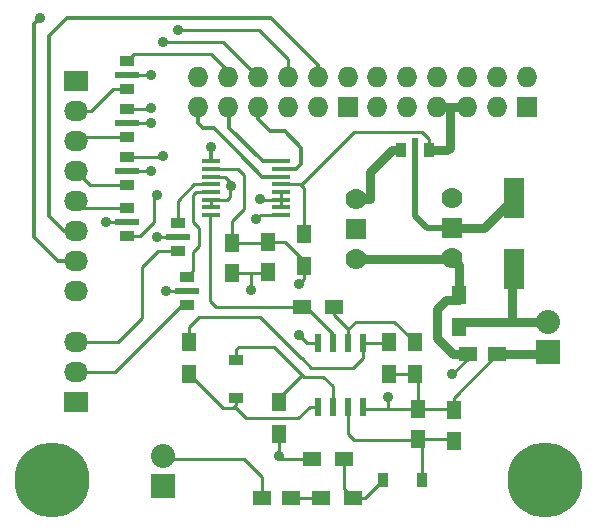
<source format=gtl>
%FSLAX46Y46*%
G04 Gerber Fmt 4.6, Leading zero omitted, Abs format (unit mm)*
G04 Created by KiCad (PCBNEW (2014-10-27 BZR 5228)-product) date 28/06/2015 08:06:50*
%MOMM*%
G01*
G04 APERTURE LIST*
%ADD10C,0.100000*%
%ADD11R,1.800860X3.500120*%
%ADD12R,1.250000X1.500000*%
%ADD13R,1.500000X1.250000*%
%ADD14R,1.249680X0.899160*%
%ADD15R,1.998980X0.500380*%
%ADD16R,0.899160X1.249680*%
%ADD17R,0.500380X1.998980*%
%ADD18R,2.032000X2.032000*%
%ADD19O,2.032000X2.032000*%
%ADD20R,2.032000X1.727200*%
%ADD21O,2.032000X1.727200*%
%ADD22R,1.727200X1.727200*%
%ADD23O,1.727200X1.727200*%
%ADD24C,1.778000*%
%ADD25R,1.778000X1.778000*%
%ADD26R,1.500000X1.300000*%
%ADD27R,1.300000X1.500000*%
%ADD28R,1.500000X0.450000*%
%ADD29C,6.350000*%
%ADD30R,0.600000X1.550000*%
%ADD31R,0.910000X1.220000*%
%ADD32R,1.220000X0.910000*%
%ADD33C,0.889000*%
%ADD34C,0.780000*%
%ADD35C,0.254000*%
%ADD36C,0.350000*%
%ADD37C,0.500000*%
G04 APERTURE END LIST*
D10*
D11*
X157800000Y-112550260D03*
X157800000Y-118549740D03*
D12*
X136900000Y-116300000D03*
X136900000Y-118800000D03*
X133900000Y-116350000D03*
X133900000Y-118850000D03*
D13*
X153850000Y-125750000D03*
X156350000Y-125750000D03*
D14*
X129286000Y-114625120D03*
X129286000Y-117022880D03*
D15*
X129286000Y-115824000D03*
D16*
X148201120Y-108500000D03*
X150598880Y-108500000D03*
D17*
X149400000Y-108500000D03*
D14*
X130048000Y-119197120D03*
X130048000Y-121594880D03*
D15*
X130048000Y-120396000D03*
D18*
X160650000Y-125600000D03*
D19*
X160650000Y-123060000D03*
D20*
X120650000Y-129794000D03*
D21*
X120650000Y-127254000D03*
X120650000Y-124714000D03*
D22*
X143700000Y-104800000D03*
D23*
X143700000Y-102260000D03*
X141160000Y-104800000D03*
X141160000Y-102260000D03*
X138620000Y-104800000D03*
X138620000Y-102260000D03*
X136080000Y-104800000D03*
X136080000Y-102260000D03*
X133540000Y-104800000D03*
X133540000Y-102260000D03*
X131000000Y-104800000D03*
X131000000Y-102260000D03*
D22*
X158900000Y-104800000D03*
D23*
X158900000Y-102260000D03*
X156360000Y-104800000D03*
X156360000Y-102260000D03*
X153820000Y-104800000D03*
X153820000Y-102260000D03*
X151280000Y-104800000D03*
X151280000Y-102260000D03*
X148740000Y-104800000D03*
X148740000Y-102260000D03*
X146200000Y-104800000D03*
X146200000Y-102260000D03*
D24*
X152500000Y-117640000D03*
D25*
X152500000Y-115100000D03*
D24*
X152500000Y-112560000D03*
X144350000Y-117690000D03*
D25*
X144350000Y-115150000D03*
D24*
X144350000Y-112610000D03*
D12*
X149650000Y-132900000D03*
X149650000Y-130400000D03*
D18*
X128016000Y-136906000D03*
D19*
X128016000Y-134366000D03*
D26*
X141398000Y-137922000D03*
X144098000Y-137922000D03*
X143336000Y-134620000D03*
X140636000Y-134620000D03*
D27*
X152650000Y-133150000D03*
X152650000Y-130450000D03*
X137900000Y-129800000D03*
X137900000Y-132500000D03*
X130250000Y-124750000D03*
X130250000Y-127450000D03*
X147150000Y-124750000D03*
X147150000Y-127450000D03*
X149350000Y-124750000D03*
X149350000Y-127450000D03*
D26*
X139850000Y-121800000D03*
X142550000Y-121800000D03*
D28*
X132100000Y-109425000D03*
X132100000Y-110075000D03*
X132100000Y-110725000D03*
X132100000Y-111375000D03*
X132100000Y-112025000D03*
X132100000Y-112675000D03*
X132100000Y-113325000D03*
X132100000Y-113975000D03*
X138000000Y-113975000D03*
X138000000Y-113325000D03*
X138000000Y-112675000D03*
X138000000Y-112025000D03*
X138000000Y-111375000D03*
X138000000Y-110725000D03*
X138000000Y-110075000D03*
X138000000Y-109425000D03*
D29*
X118618000Y-136398000D03*
X160400000Y-136400000D03*
D30*
X141145000Y-130200000D03*
X142415000Y-130200000D03*
X143685000Y-130200000D03*
X144955000Y-130200000D03*
X144955000Y-124800000D03*
X143685000Y-124800000D03*
X142415000Y-124800000D03*
X141145000Y-124800000D03*
D13*
X138918000Y-137922000D03*
X136418000Y-137922000D03*
D31*
X146701000Y-136398000D03*
X149971000Y-136398000D03*
D32*
X134250000Y-129485000D03*
X134250000Y-126215000D03*
D27*
X153100000Y-123450000D03*
X153100000Y-120750000D03*
X140000000Y-115600000D03*
X140000000Y-118300000D03*
D14*
X124968000Y-103306880D03*
X124968000Y-100909120D03*
D15*
X124968000Y-102108000D03*
D14*
X124968000Y-111434880D03*
X124968000Y-109037120D03*
D15*
X124968000Y-110236000D03*
D14*
X124968000Y-107370880D03*
X124968000Y-104973120D03*
D15*
X124968000Y-106172000D03*
D14*
X124968000Y-113355120D03*
X124968000Y-115752880D03*
D15*
X124968000Y-114554000D03*
D20*
X120650000Y-102616000D03*
D21*
X120650000Y-105156000D03*
X120650000Y-107696000D03*
X120650000Y-110236000D03*
X120650000Y-112776000D03*
X120650000Y-115316000D03*
X120650000Y-117856000D03*
X120650000Y-120396000D03*
D33*
X123190000Y-114554000D03*
X127000000Y-110236000D03*
X127000000Y-106172000D03*
X127000000Y-102108000D03*
X127508000Y-115824000D03*
X128270000Y-120396000D03*
X137900000Y-134400000D03*
X133800000Y-111500000D03*
X136250000Y-112650000D03*
X147050000Y-129400000D03*
X135500000Y-120350000D03*
X152550000Y-127450000D03*
X139550000Y-124100000D03*
X139550000Y-119850000D03*
X117602000Y-97282000D03*
X132100000Y-108200000D03*
X135950000Y-114350000D03*
X128016000Y-108966000D03*
X129286000Y-98298000D03*
X127000000Y-104902000D03*
X128016000Y-99314000D03*
X127508000Y-112268000D03*
D34*
X157600000Y-123052500D02*
X157600000Y-118749740D01*
D35*
X157600000Y-118749740D02*
X157800000Y-118549740D01*
D34*
X153100000Y-123052500D02*
X157600000Y-123052500D01*
X157600000Y-123052500D02*
X160642500Y-123052500D01*
D35*
X160642500Y-123052500D02*
X160650000Y-123060000D01*
X124968000Y-114554000D02*
X123190000Y-114554000D01*
X124968000Y-110236000D02*
X127000000Y-110236000D01*
X124968000Y-106172000D02*
X127000000Y-106172000D01*
X124968000Y-102108000D02*
X127000000Y-102108000D01*
X129286000Y-115824000D02*
X127508000Y-115824000D01*
X130048000Y-120396000D02*
X128270000Y-120396000D01*
X140636000Y-134620000D02*
X138120000Y-134620000D01*
X137900000Y-134400000D02*
X137900000Y-132600000D01*
X138120000Y-134620000D02*
X137900000Y-134400000D01*
X132100000Y-112675000D02*
X133475000Y-112675000D01*
X133275000Y-110725000D02*
X133800000Y-111250000D01*
X133800000Y-111250000D02*
X133800000Y-111500000D01*
X133275000Y-110725000D02*
X132100000Y-110725000D01*
X133700000Y-111600000D02*
X133800000Y-111500000D01*
X133700000Y-112450000D02*
X133700000Y-111600000D01*
X133475000Y-112675000D02*
X133700000Y-112450000D01*
X132100000Y-113325000D02*
X132100000Y-112675000D01*
X138000000Y-112675000D02*
X136275000Y-112675000D01*
X136275000Y-112675000D02*
X136250000Y-112650000D01*
X138000000Y-112675000D02*
X138000000Y-112025000D01*
X138000000Y-113325000D02*
X138000000Y-112675000D01*
D34*
X152500000Y-115100000D02*
X155250260Y-115100000D01*
X155250260Y-115100000D02*
X157800000Y-112550260D01*
D35*
X147100000Y-130400000D02*
X147100000Y-129450000D01*
X147100000Y-129450000D02*
X147050000Y-129400000D01*
X147150000Y-127450000D02*
X149350000Y-127450000D01*
X149650000Y-130400000D02*
X147100000Y-130400000D01*
X147100000Y-130400000D02*
X145155000Y-130400000D01*
X145155000Y-130400000D02*
X144955000Y-130200000D01*
D34*
X156350000Y-125750000D02*
X160500000Y-125750000D01*
D35*
X160500000Y-125750000D02*
X160650000Y-125600000D01*
X152650000Y-130450000D02*
X152650000Y-129450000D01*
X152650000Y-129450000D02*
X156350000Y-125750000D01*
X149650000Y-130400000D02*
X149650000Y-127750000D01*
X149650000Y-127750000D02*
X149350000Y-127450000D01*
X149650000Y-130400000D02*
X152600000Y-130400000D01*
X152600000Y-130400000D02*
X152650000Y-130450000D01*
X135450000Y-118850000D02*
X135450000Y-120300000D01*
X135450000Y-120300000D02*
X135500000Y-120350000D01*
X133900000Y-118850000D02*
X135450000Y-118850000D01*
X135450000Y-118850000D02*
X136850000Y-118850000D01*
X136850000Y-118850000D02*
X136900000Y-118800000D01*
D36*
X152500000Y-115100000D02*
X153000000Y-115100000D01*
D37*
X152500000Y-115100000D02*
X150400000Y-115100000D01*
X150400000Y-115100000D02*
X149400000Y-114100000D01*
X149400000Y-114100000D02*
X149400000Y-108500000D01*
D35*
X129286000Y-114625120D02*
X129286000Y-112776000D01*
X130687000Y-111375000D02*
X132100000Y-111375000D01*
X129286000Y-112776000D02*
X130687000Y-111375000D01*
X132100000Y-112025000D02*
X130821000Y-112025000D01*
X130556000Y-118689120D02*
X130048000Y-119197120D01*
X130556000Y-117094000D02*
X130556000Y-118689120D01*
X131064000Y-116586000D02*
X130556000Y-117094000D01*
X131064000Y-115062000D02*
X131064000Y-116586000D01*
X130556000Y-114554000D02*
X131064000Y-115062000D01*
X130556000Y-112290000D02*
X130556000Y-114554000D01*
X130821000Y-112025000D02*
X130556000Y-112290000D01*
D34*
X145600000Y-112600000D02*
X144360000Y-112600000D01*
X144360000Y-112600000D02*
X144350000Y-112610000D01*
X145600000Y-112660000D02*
X145600000Y-112600000D01*
X145600000Y-112600000D02*
X145600000Y-110300000D01*
X145600000Y-110300000D02*
X147400000Y-108500000D01*
X147400000Y-108500000D02*
X148201120Y-108500000D01*
X150598880Y-108500000D02*
X152100000Y-108500000D01*
X152300000Y-108300000D02*
X152300000Y-104800000D01*
X152100000Y-108500000D02*
X152300000Y-108300000D01*
D35*
X150550000Y-107550000D02*
X150550000Y-108451120D01*
X150550000Y-108451120D02*
X150598880Y-108500000D01*
X138000000Y-111375000D02*
X139775000Y-111375000D01*
X149950000Y-106950000D02*
X150550000Y-107550000D01*
X150550000Y-107550000D02*
X150598880Y-107598880D01*
X144200000Y-106950000D02*
X149950000Y-106950000D01*
X139775000Y-111375000D02*
X144200000Y-106950000D01*
X140000000Y-115997500D02*
X140000000Y-111700000D01*
X139675000Y-111375000D02*
X139650000Y-111375000D01*
X139650000Y-111375000D02*
X138000000Y-111375000D01*
X140000000Y-111700000D02*
X139675000Y-111375000D01*
D34*
X151280000Y-104800000D02*
X152300000Y-104800000D01*
X152300000Y-104800000D02*
X153820000Y-104800000D01*
D35*
X153850000Y-125750000D02*
X153850000Y-126150000D01*
X153850000Y-126150000D02*
X152550000Y-127450000D01*
D34*
X144400000Y-117740000D02*
X145600000Y-117740000D01*
X145600000Y-117740000D02*
X152400000Y-117740000D01*
X144400000Y-117740000D02*
X144350000Y-117690000D01*
X153850000Y-125750000D02*
X152600000Y-125750000D01*
X152002500Y-121147500D02*
X153100000Y-121147500D01*
X151200000Y-121950000D02*
X152002500Y-121147500D01*
X151200000Y-124350000D02*
X151200000Y-121950000D01*
X152600000Y-125750000D02*
X151200000Y-124350000D01*
X153100000Y-121147500D02*
X153100000Y-118240000D01*
X153100000Y-118240000D02*
X152500000Y-117640000D01*
D36*
X152400000Y-117740000D02*
X152500000Y-117640000D01*
D35*
X136900000Y-116300000D02*
X138397500Y-116300000D01*
X138397500Y-116300000D02*
X140000000Y-117902500D01*
X133900000Y-116350000D02*
X136850000Y-116350000D01*
X136850000Y-116350000D02*
X136900000Y-116300000D01*
X141145000Y-124800000D02*
X140250000Y-124800000D01*
X140250000Y-124800000D02*
X139550000Y-124100000D01*
X139550000Y-119850000D02*
X140000000Y-119400000D01*
X140000000Y-119400000D02*
X140000000Y-117902500D01*
X133900000Y-116350000D02*
X133900000Y-114500000D01*
X134425000Y-110075000D02*
X132100000Y-110075000D01*
X134900000Y-110550000D02*
X134425000Y-110075000D01*
X134900000Y-113500000D02*
X134900000Y-110550000D01*
X133900000Y-114500000D02*
X134900000Y-113500000D01*
X126238000Y-119888000D02*
X126238000Y-122682000D01*
X127579120Y-117022880D02*
X126238000Y-118364000D01*
X126238000Y-118364000D02*
X126238000Y-119888000D01*
X129286000Y-117022880D02*
X127579120Y-117022880D01*
X124206000Y-124714000D02*
X120650000Y-124714000D01*
X126238000Y-122682000D02*
X124206000Y-124714000D01*
X128778000Y-122428000D02*
X124714000Y-126492000D01*
X129611120Y-121594880D02*
X128778000Y-122428000D01*
X123952000Y-127254000D02*
X120650000Y-127254000D01*
X124714000Y-126492000D02*
X123952000Y-127254000D01*
X130048000Y-121594880D02*
X129611120Y-121594880D01*
D36*
X117602000Y-97282000D02*
X117094000Y-97790000D01*
X117094000Y-97790000D02*
X117094000Y-115824000D01*
X117094000Y-115824000D02*
X119126000Y-117856000D01*
X119126000Y-117856000D02*
X120650000Y-117856000D01*
X143700000Y-102260000D02*
X143340000Y-102260000D01*
X137160000Y-97282000D02*
X119888000Y-97282000D01*
X119888000Y-97282000D02*
X118364000Y-98806000D01*
X118364000Y-98806000D02*
X118364000Y-114046000D01*
X118364000Y-114046000D02*
X119634000Y-115316000D01*
X141160000Y-102260000D02*
X141160000Y-101282000D01*
X141160000Y-101282000D02*
X137160000Y-97282000D01*
D35*
X119634000Y-115316000D02*
X120650000Y-115316000D01*
D36*
X132100000Y-109425000D02*
X132100000Y-108200000D01*
X138000000Y-110075000D02*
X139325000Y-110075000D01*
X136080000Y-105880000D02*
X136080000Y-104800000D01*
X137100000Y-106900000D02*
X136080000Y-105880000D01*
X138350000Y-106900000D02*
X137100000Y-106900000D01*
X139750000Y-108300000D02*
X138350000Y-106900000D01*
X139750000Y-109650000D02*
X139750000Y-108300000D01*
X139325000Y-110075000D02*
X139750000Y-109650000D01*
X138000000Y-109425000D02*
X136475000Y-109425000D01*
X133650000Y-106600000D02*
X133650000Y-104910000D01*
X136475000Y-109425000D02*
X133650000Y-106600000D01*
X133650000Y-104910000D02*
X133540000Y-104800000D01*
X138000000Y-110725000D02*
X136425000Y-110725000D01*
X131000000Y-106150000D02*
X131000000Y-104800000D01*
X131450000Y-106600000D02*
X131000000Y-106150000D01*
X132350000Y-106600000D02*
X131450000Y-106600000D01*
X134450000Y-108700000D02*
X132350000Y-106600000D01*
X134450000Y-108750000D02*
X134450000Y-108700000D01*
X136425000Y-110725000D02*
X134450000Y-108750000D01*
D35*
X149971000Y-136398000D02*
X149971000Y-133221000D01*
X149971000Y-133221000D02*
X149650000Y-132900000D01*
X143685000Y-130200000D02*
X143685000Y-132535000D01*
X143685000Y-132535000D02*
X144200000Y-133050000D01*
X149650000Y-132900000D02*
X152400000Y-132900000D01*
X152400000Y-132900000D02*
X152650000Y-133150000D01*
X145900000Y-133050000D02*
X149500000Y-133050000D01*
X149500000Y-133050000D02*
X149650000Y-132900000D01*
X144200000Y-133050000D02*
X145900000Y-133050000D01*
X145800000Y-133050000D02*
X145900000Y-133050000D01*
X144098000Y-137922000D02*
X145177000Y-137922000D01*
X145177000Y-137922000D02*
X146701000Y-136398000D01*
X143336000Y-134620000D02*
X143336000Y-137160000D01*
X143336000Y-137160000D02*
X144098000Y-137922000D01*
X134250000Y-129485000D02*
X134250000Y-130050000D01*
X134250000Y-130050000D02*
X133950640Y-130349360D01*
X134250000Y-130349360D02*
X133950640Y-130349360D01*
X133950640Y-130349360D02*
X133149360Y-130349360D01*
X133149360Y-130349360D02*
X130250000Y-127450000D01*
X141145000Y-130200000D02*
X140450000Y-130200000D01*
X139500000Y-131150000D02*
X135050640Y-131150000D01*
X140450000Y-130200000D02*
X139500000Y-131150000D01*
X135050640Y-131150000D02*
X134250000Y-130349360D01*
X134250000Y-126215000D02*
X134250000Y-125350640D01*
X134450000Y-125150640D02*
X134250000Y-125350640D01*
X136550000Y-125150640D02*
X137450640Y-125150640D01*
X137450640Y-125150640D02*
X139850000Y-127550000D01*
X134450000Y-125150640D02*
X136550000Y-125150640D01*
X137900000Y-129900000D02*
X137900000Y-129500000D01*
X137900000Y-129500000D02*
X139850000Y-127550000D01*
X142415000Y-128465000D02*
X142415000Y-130200000D01*
X139850000Y-127550000D02*
X139950000Y-127650000D01*
X139950000Y-127650000D02*
X141600000Y-127650000D01*
X141600000Y-127650000D02*
X142415000Y-128465000D01*
D36*
X156198880Y-104961120D02*
X156360000Y-104800000D01*
D35*
X139775000Y-126075000D02*
X139725000Y-126075000D01*
X139725000Y-126075000D02*
X136250000Y-122600000D01*
X133200000Y-122600000D02*
X131100000Y-122600000D01*
X131100000Y-122600000D02*
X130250000Y-123450000D01*
X130250000Y-123450000D02*
X130250000Y-124750000D01*
X133200000Y-122600000D02*
X136250000Y-122600000D01*
X139750000Y-126050000D02*
X139775000Y-126075000D01*
X139775000Y-126075000D02*
X140600000Y-126900000D01*
X140600000Y-126900000D02*
X144100000Y-126900000D01*
X144100000Y-126900000D02*
X144955000Y-126045000D01*
X144955000Y-124800000D02*
X144955000Y-126045000D01*
X144955000Y-124800000D02*
X147100000Y-124800000D01*
X147100000Y-124800000D02*
X147150000Y-124750000D01*
X143685000Y-124800000D02*
X143685000Y-123665000D01*
X147600000Y-123000000D02*
X149350000Y-124750000D01*
X144350000Y-123000000D02*
X147600000Y-123000000D01*
X143685000Y-123665000D02*
X144350000Y-123000000D01*
X143685000Y-124800000D02*
X143685000Y-123585000D01*
X143685000Y-123585000D02*
X142550000Y-122450000D01*
X142550000Y-122450000D02*
X142550000Y-121800000D01*
X139850000Y-121800000D02*
X132550000Y-121800000D01*
X132000000Y-121250000D02*
X132000000Y-114075000D01*
X132550000Y-121800000D02*
X132000000Y-121250000D01*
X132000000Y-114075000D02*
X132100000Y-113975000D01*
X139850000Y-121800000D02*
X140150000Y-121800000D01*
X140150000Y-121800000D02*
X142415000Y-124065000D01*
X142415000Y-124065000D02*
X142415000Y-124800000D01*
X138918000Y-137922000D02*
X141398000Y-137922000D01*
X128270000Y-134620000D02*
X132842000Y-134620000D01*
X136418000Y-136164000D02*
X134874000Y-134620000D01*
X134874000Y-134620000D02*
X132842000Y-134620000D01*
X136418000Y-136164000D02*
X136418000Y-137922000D01*
X128270000Y-134620000D02*
X128016000Y-134366000D01*
X136325000Y-113975000D02*
X138000000Y-113975000D01*
X135950000Y-114350000D02*
X136325000Y-113975000D01*
X124968000Y-103306880D02*
X123769120Y-103306880D01*
X121920000Y-105156000D02*
X120650000Y-105156000D01*
X123769120Y-103306880D02*
X121920000Y-105156000D01*
X133540000Y-102260000D02*
X133540000Y-101790000D01*
X133540000Y-101790000D02*
X132080000Y-100330000D01*
X125547120Y-100330000D02*
X124968000Y-100909120D01*
X132080000Y-100330000D02*
X125547120Y-100330000D01*
X124968000Y-111434880D02*
X121848880Y-111434880D01*
X121848880Y-111434880D02*
X120650000Y-110236000D01*
X138620000Y-102260000D02*
X138620000Y-100774000D01*
X127944880Y-109037120D02*
X124968000Y-109037120D01*
X128016000Y-108966000D02*
X127944880Y-109037120D01*
X136144000Y-98298000D02*
X129286000Y-98298000D01*
X138620000Y-100774000D02*
X136144000Y-98298000D01*
X124968000Y-107370880D02*
X120975120Y-107370880D01*
X120975120Y-107370880D02*
X120650000Y-107696000D01*
X136080000Y-102260000D02*
X136042000Y-102260000D01*
X136042000Y-102260000D02*
X133096000Y-99314000D01*
X126928880Y-104973120D02*
X124968000Y-104973120D01*
X127000000Y-104902000D02*
X126928880Y-104973120D01*
X133096000Y-99314000D02*
X128016000Y-99314000D01*
X124968000Y-113355120D02*
X121229120Y-113355120D01*
X121229120Y-113355120D02*
X120650000Y-112776000D01*
X127508000Y-112268000D02*
X127254000Y-112522000D01*
X127254000Y-112522000D02*
X127254000Y-114554000D01*
X127254000Y-114554000D02*
X126055120Y-115752880D01*
X126055120Y-115752880D02*
X124968000Y-115752880D01*
M02*

</source>
